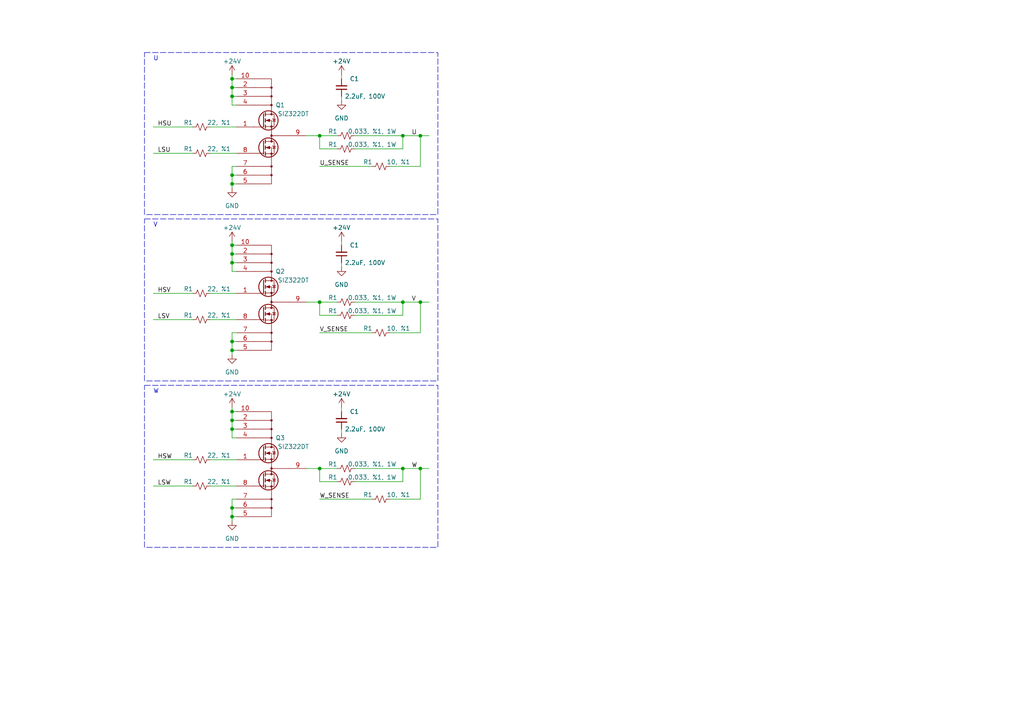
<source format=kicad_sch>
(kicad_sch (version 20230121) (generator eeschema)
  (paper "A4")
  (lib_symbols
    (symbol "Device:C_Small" (pin_numbers hide) (pin_names (offset 0.254) hide)
      (property "Reference" "C" (at 0.254 1.778 0))
      (property "Value" "C_Small" (at 0.254 -2.032 0))
      (symbol "C_Small_0_1"
        (polyline (pts (xy -1.524 -0.508) (xy 1.524 -0.508)) (stroke (width 0.3302)))
        (polyline (pts (xy -1.524 0.508) (xy 1.524 0.508)) (stroke (width 0.3048)))
      )
      (symbol "C_Small_1_1"
        (pin passive line (at 0 2.54 270) (length 2.032) (name "~") (number "1"))
        (pin passive line (at 0 -2.54 90) (length 2.032) (name "~") (number "2"))
      )
    )
    (symbol "Device:R_Small_US" (pin_numbers hide) (pin_names (offset 0.254) hide)
      (property "Reference" "R" (at 0.762 0.508 0))
      (property "Value" "R_Small_US" (at 0.762 -1.016 0))
      (symbol "R_Small_US_1_1"
        (polyline (pts (xy 0 0) (xy 1.016 -0.381) (xy 0 -0.762) (xy -1.016 -1.143) (xy 0 -1.524)))
        (polyline (pts (xy 0 1.524) (xy 1.016 1.143) (xy 0 0.762) (xy -1.016 0.381) (xy 0 0)))
        (pin passive line (at 0 2.54 270) (length 1.016) (name "~") (number "1"))
        (pin passive line (at 0 -2.54 90) (length 1.016) (name "~") (number "2"))
      )
    )
    (symbol "SIZ322DT-T1-GE3:SIZ322DT-T1-GE3"
      (property "Reference" "Q" (at 2.794 6.604 0))
      (property "Value" "SIZ322DT-T1-GE3" (at 2.794 4.064 0))
      (symbol "SIZ322DT-T1-GE3_0_1"
        (circle (center -0.889 -4.699) (radius 2.794) (stroke (width 0.254)))
        (circle (center -0.889 3.175) (radius 2.794) (stroke (width 0.254)))
        (circle (center 0 -12.7) (radius 0.254) (fill (type outline)))
        (circle (center 0 -10.16) (radius 0.254) (fill (type outline)))
        (circle (center 0 -6.477) (radius 0.254) (fill (type outline)))
        (circle (center 0 -2.921) (radius 0.254) (fill (type outline)))
        (circle (center 0 -1.27) (radius 0.254) (fill (type outline)))
        (polyline (pts (xy -5.08 -6.35) (xy -2.286 -6.35)))
        (polyline (pts (xy -5.08 1.27) (xy -2.286 1.27)))
        (polyline (pts (xy -5.08 7.62) (xy 0 7.62)))
        (polyline (pts (xy -5.08 10.16) (xy 0 10.16)))
        (polyline (pts (xy -2.286 -2.794) (xy -2.286 -6.604)) (stroke (width 0.254)))
        (polyline (pts (xy -2.286 5.08) (xy -2.286 1.27)) (stroke (width 0.254)))
        (polyline (pts (xy -1.778 -5.969) (xy -1.778 -6.985)) (stroke (width 0.254)))
        (polyline (pts (xy -1.778 -4.191) (xy -1.778 -5.207)) (stroke (width 0.254)))
        (polyline (pts (xy -1.778 -2.413) (xy -1.778 -3.429)) (stroke (width 0.254)))
        (polyline (pts (xy -1.778 1.905) (xy -1.778 0.889)) (stroke (width 0.254)))
        (polyline (pts (xy -1.778 3.683) (xy -1.778 2.667)) (stroke (width 0.254)))
        (polyline (pts (xy -1.778 5.461) (xy -1.778 4.445)) (stroke (width 0.254)))
        (polyline (pts (xy 0 -2.794) (xy 0 -0.762)))
        (polyline (pts (xy 0 -2.159) (xy 0 -2.921)))
        (polyline (pts (xy 0 5.715) (xy 0 4.953)))
        (polyline (pts (xy -5.08 -15.24) (xy 0 -15.24) (xy 0 -12.7)))
        (polyline (pts (xy -5.08 -12.7) (xy 0 -12.7) (xy 0 -10.16)))
        (polyline (pts (xy -5.08 -10.16) (xy 0 -10.16) (xy 0 -6.604)))
        (polyline (pts (xy -5.08 12.7) (xy 0 12.7) (xy 0 5.588)))
        (polyline (pts (xy -5.08 15.24) (xy 0 15.24) (xy 0 12.7)))
        (polyline (pts (xy 0 -7.239) (xy 0 -4.699) (xy -1.778 -4.699)))
        (polyline (pts (xy 0 0.635) (xy 0 3.175) (xy -1.778 3.175)))
        (polyline (pts (xy 5.08 -1.27) (xy 0 -1.27) (xy 0 1.27)))
        (polyline (pts (xy -1.778 -6.477) (xy 0.762 -6.477) (xy 0.762 -2.921) (xy -1.778 -2.921)))
        (polyline (pts (xy -1.778 1.397) (xy 0.762 1.397) (xy 0.762 4.953) (xy -1.778 4.953)))
        (polyline (pts (xy -1.524 -4.699) (xy -0.508 -4.318) (xy -0.508 -5.08) (xy -1.524 -4.699)) (fill (type outline)))
        (polyline (pts (xy -1.524 3.175) (xy -0.508 3.556) (xy -0.508 2.794) (xy -1.524 3.175)) (fill (type outline)))
        (polyline (pts (xy 0.254 -4.191) (xy 0.381 -4.318) (xy 1.143 -4.318) (xy 1.27 -4.445)))
        (polyline (pts (xy 0.254 3.683) (xy 0.381 3.556) (xy 1.143 3.556) (xy 1.27 3.429)))
        (polyline (pts (xy 0.762 -4.318) (xy 0.381 -4.953) (xy 1.143 -4.953) (xy 0.762 -4.318)))
        (polyline (pts (xy 0.762 3.556) (xy 0.381 2.921) (xy 1.143 2.921) (xy 0.762 3.556)))
        (circle (center 0 1.397) (radius 0.254) (fill (type outline)))
        (circle (center 0 4.953) (radius 0.254) (fill (type outline)))
        (circle (center 0 7.62) (radius 0.254) (fill (type outline)))
        (circle (center 0 10.16) (radius 0.254) (fill (type outline)))
        (circle (center 0 12.7) (radius 0.254) (fill (type outline)))
      )
      (symbol "SIZ322DT-T1-GE3_1_1"
        (pin passive line (at -10.16 1.27 0) (length 5.08) (name "") (number "1"))
        (pin passive line (at -10.16 15.24 0) (length 5.08) (name "") (number "10"))
        (pin passive line (at -10.16 12.7 0) (length 5.08) (name "") (number "2"))
        (pin passive line (at -10.16 10.16 0) (length 5.08) (name "") (number "3"))
        (pin passive line (at -10.16 7.62 0) (length 5.08) (name "") (number "4"))
        (pin passive line (at -10.16 -15.24 0) (length 5.08) (name "") (number "5"))
        (pin passive line (at -10.16 -12.7 0) (length 5.08) (name "") (number "6"))
        (pin passive line (at -10.16 -10.16 0) (length 5.08) (name "") (number "7"))
        (pin passive line (at -10.16 -6.35 0) (length 5.08) (name "") (number "8"))
        (pin passive line (at 10.16 -1.27 180) (length 5.08) (name "") (number "9"))
      )
    )
    (symbol "power:+24V" (power) (pin_names (offset 0))
      (property "Value" "+24V" (at 0 3.556 0))
      (symbol "+24V_0_1"
        (polyline (pts (xy -0.762 1.27) (xy 0 2.54)))
        (polyline (pts (xy 0 0) (xy 0 2.54)))
        (polyline (pts (xy 0 2.54) (xy 0.762 1.27)))
      )
      (symbol "+24V_1_1"
        (pin power_in line (at 0 0 90) (length 0) hide (name "+24V") (number "1"))
      )
    )
    (symbol "power:GND" (power) (pin_names (offset 0))
      (property "Value" "GND" (at 0 -3.81 0))
      (symbol "GND_0_1"
        (polyline (pts (xy 0 0) (xy 0 -1.27) (xy 1.27 -1.27) (xy 0 -2.54) (xy -1.27 -1.27) (xy 0 -1.27)))
      )
      (symbol "GND_1_1"
        (pin power_in line (at 0 0 270) (length 0) hide (name "GND") (number "1"))
      )
    )
  )
  (junction (at 67.31 147.32))
  (junction (at 67.31 25.4))
  (junction (at 67.31 53.34))
  (junction (at 67.31 27.94))
  (junction (at 67.31 124.46))
  (junction (at 67.31 73.66))
  (junction (at 92.71 39.37))
  (junction (at 121.92 135.89))
  (junction (at 67.31 149.86))
  (junction (at 116.84 135.89))
  (junction (at 67.31 99.06))
  (junction (at 121.92 87.63))
  (junction (at 67.31 119.38))
  (junction (at 121.92 39.37))
  (junction (at 67.31 76.2))
  (junction (at 67.31 121.92))
  (junction (at 67.31 101.6))
  (junction (at 92.71 87.63))
  (junction (at 92.71 135.89))
  (junction (at 116.84 39.37))
  (junction (at 67.31 22.86))
  (junction (at 116.84 87.63))
  (junction (at 67.31 71.12))
  (junction (at 67.31 50.8))
  (wire (pts (xy 68.58 71.12) (xy 67.31 71.12)))
  (wire (pts (xy 60.96 92.71) (xy 68.58 92.71)))
  (wire (pts (xy 121.92 96.52) (xy 113.03 96.52)))
  (wire (pts (xy 121.92 144.78) (xy 113.03 144.78)))
  (wire (pts (xy 44.45 85.09) (xy 55.88 85.09)))
  (wire (pts (xy 44.45 36.83) (xy 55.88 36.83)))
  (wire (pts (xy 99.06 27.94) (xy 99.06 29.21)))
  (wire (pts (xy 67.31 119.38) (xy 67.31 121.92)))
  (wire (pts (xy 67.31 99.06) (xy 68.58 99.06)))
  (wire (pts (xy 67.31 96.52) (xy 67.31 99.06)))
  (wire (pts (xy 92.71 144.78) (xy 107.95 144.78)))
  (wire (pts (xy 67.31 121.92) (xy 67.31 124.46)))
  (wire (pts (xy 121.92 135.89) (xy 121.92 144.78)))
  (wire (pts (xy 116.84 91.44) (xy 102.87 91.44)))
  (wire (pts (xy 99.06 69.85) (xy 99.06 71.12)))
  (wire (pts (xy 67.31 27.94) (xy 68.58 27.94)))
  (wire (pts (xy 92.71 48.26) (xy 107.95 48.26)))
  (wire (pts (xy 121.92 39.37) (xy 124.46 39.37)))
  (wire (pts (xy 67.31 99.06) (xy 67.31 101.6)))
  (wire (pts (xy 67.31 121.92) (xy 68.58 121.92)))
  (wire (pts (xy 102.87 39.37) (xy 116.84 39.37)))
  (wire (pts (xy 68.58 22.86) (xy 67.31 22.86)))
  (wire (pts (xy 97.79 139.7) (xy 92.71 139.7)))
  (wire (pts (xy 116.84 39.37) (xy 116.84 43.18)))
  (wire (pts (xy 116.84 87.63) (xy 121.92 87.63)))
  (wire (pts (xy 60.96 85.09) (xy 68.58 85.09)))
  (wire (pts (xy 92.71 139.7) (xy 92.71 135.89)))
  (wire (pts (xy 116.84 135.89) (xy 116.84 139.7)))
  (wire (pts (xy 67.31 53.34) (xy 67.31 54.61)))
  (wire (pts (xy 67.31 71.12) (xy 67.31 73.66)))
  (wire (pts (xy 88.9 39.37) (xy 92.71 39.37)))
  (wire (pts (xy 60.96 44.45) (xy 68.58 44.45)))
  (wire (pts (xy 68.58 119.38) (xy 67.31 119.38)))
  (wire (pts (xy 102.87 135.89) (xy 116.84 135.89)))
  (wire (pts (xy 121.92 87.63) (xy 124.46 87.63)))
  (wire (pts (xy 116.84 139.7) (xy 102.87 139.7)))
  (wire (pts (xy 67.31 76.2) (xy 67.31 78.74)))
  (wire (pts (xy 67.31 147.32) (xy 68.58 147.32)))
  (wire (pts (xy 97.79 43.18) (xy 92.71 43.18)))
  (wire (pts (xy 44.45 44.45) (xy 55.88 44.45)))
  (wire (pts (xy 88.9 135.89) (xy 92.71 135.89)))
  (wire (pts (xy 67.31 22.86) (xy 67.31 25.4)))
  (wire (pts (xy 68.58 144.78) (xy 67.31 144.78)))
  (wire (pts (xy 116.84 39.37) (xy 121.92 39.37)))
  (wire (pts (xy 92.71 135.89) (xy 97.79 135.89)))
  (wire (pts (xy 116.84 135.89) (xy 121.92 135.89)))
  (wire (pts (xy 67.31 25.4) (xy 68.58 25.4)))
  (wire (pts (xy 60.96 36.83) (xy 68.58 36.83)))
  (wire (pts (xy 97.79 91.44) (xy 92.71 91.44)))
  (wire (pts (xy 99.06 21.59) (xy 99.06 22.86)))
  (wire (pts (xy 67.31 73.66) (xy 68.58 73.66)))
  (wire (pts (xy 67.31 149.86) (xy 68.58 149.86)))
  (wire (pts (xy 67.31 69.85) (xy 67.31 71.12)))
  (wire (pts (xy 67.31 127) (xy 68.58 127)))
  (wire (pts (xy 67.31 73.66) (xy 67.31 76.2)))
  (wire (pts (xy 67.31 149.86) (xy 67.31 151.13)))
  (wire (pts (xy 67.31 50.8) (xy 67.31 53.34)))
  (wire (pts (xy 44.45 92.71) (xy 55.88 92.71)))
  (wire (pts (xy 92.71 91.44) (xy 92.71 87.63)))
  (wire (pts (xy 60.96 133.35) (xy 68.58 133.35)))
  (wire (pts (xy 121.92 135.89) (xy 124.46 135.89)))
  (wire (pts (xy 67.31 124.46) (xy 67.31 127)))
  (wire (pts (xy 92.71 39.37) (xy 97.79 39.37)))
  (wire (pts (xy 44.45 140.97) (xy 55.88 140.97)))
  (wire (pts (xy 44.45 133.35) (xy 55.88 133.35)))
  (wire (pts (xy 67.31 76.2) (xy 68.58 76.2)))
  (wire (pts (xy 67.31 27.94) (xy 67.31 30.48)))
  (wire (pts (xy 68.58 48.26) (xy 67.31 48.26)))
  (wire (pts (xy 67.31 30.48) (xy 68.58 30.48)))
  (wire (pts (xy 121.92 87.63) (xy 121.92 96.52)))
  (wire (pts (xy 67.31 48.26) (xy 67.31 50.8)))
  (wire (pts (xy 67.31 21.59) (xy 67.31 22.86)))
  (wire (pts (xy 67.31 101.6) (xy 67.31 102.87)))
  (wire (pts (xy 67.31 25.4) (xy 67.31 27.94)))
  (wire (pts (xy 67.31 50.8) (xy 68.58 50.8)))
  (wire (pts (xy 99.06 124.46) (xy 99.06 125.73)))
  (wire (pts (xy 99.06 76.2) (xy 99.06 77.47)))
  (wire (pts (xy 116.84 87.63) (xy 116.84 91.44)))
  (wire (pts (xy 67.31 53.34) (xy 68.58 53.34)))
  (wire (pts (xy 92.71 87.63) (xy 97.79 87.63)))
  (wire (pts (xy 67.31 101.6) (xy 68.58 101.6)))
  (wire (pts (xy 121.92 39.37) (xy 121.92 48.26)))
  (wire (pts (xy 116.84 43.18) (xy 102.87 43.18)))
  (wire (pts (xy 92.71 96.52) (xy 107.95 96.52)))
  (wire (pts (xy 67.31 118.11) (xy 67.31 119.38)))
  (wire (pts (xy 67.31 147.32) (xy 67.31 149.86)))
  (wire (pts (xy 102.87 87.63) (xy 116.84 87.63)))
  (wire (pts (xy 99.06 118.11) (xy 99.06 119.38)))
  (wire (pts (xy 121.92 48.26) (xy 113.03 48.26)))
  (wire (pts (xy 67.31 124.46) (xy 68.58 124.46)))
  (wire (pts (xy 67.31 78.74) (xy 68.58 78.74)))
  (wire (pts (xy 68.58 96.52) (xy 67.31 96.52)))
  (wire (pts (xy 88.9 87.63) (xy 92.71 87.63)))
  (wire (pts (xy 60.96 140.97) (xy 68.58 140.97)))
  (wire (pts (xy 92.71 43.18) (xy 92.71 39.37)))
  (wire (pts (xy 67.31 144.78) (xy 67.31 147.32)))
  (rectangle (start 41.91 63.5) (end 127 110.49) (stroke (width 0) (type dash)))
  (rectangle (start 41.91 111.76) (end 127 158.75) (stroke (width 0) (type dash)))
  (rectangle (start 41.91 15.24) (end 127 62.23) (stroke (width 0) (type dash)))
  (text "W" (at 44.45 114.3 0) (effects (font (size 1.27 1.27)) (justify left bottom)))
  (text "V" (at 44.45 66.04 0) (effects (font (size 1.27 1.27)) (justify left bottom)))
  (text "U" (at 44.45 17.78 0) (effects (font (size 1.27 1.27)) (justify left bottom)))
  (label "LSU" (at 45.72 44.45 0))
  (label "HSV" (at 45.72 85.09 0))
  (label "V" (at 119.38 87.63 0))
  (label "LSV" (at 45.72 92.71 0))
  (label "W" (at 119.38 135.89 0))
  (label "HSW" (at 45.72 133.35 0))
  (label "W_SENSE" (at 92.71 144.78 0))
  (label "U" (at 119.38 39.37 0))
  (label "LSW" (at 45.72 140.97 0))
  (label "U_SENSE" (at 92.71 48.26 0))
  (label "V_SENSE" (at 92.71 96.52 0))
  (label "HSU" (at 45.72 36.83 0))
  (symbol (lib_id "power:GND") (at 67.31 54.61 0) (unit 1)
    (property "Reference" "#PWR048" (effects hide))
    (property "Value" "GND" (at 67.31 59.69 0))
  )
  (symbol (lib_id "Device:R_Small_US") (at 110.49 96.52 90) (unit 1)
    (property "Reference" "R1" (at 106.68 95.25 90))
    (property "Value" "10, %1" (at 115.57 95.25 90))
    (instances (project "motor-driver" (path "" (reference "R1") (unit 1)) (path "" (reference "R24") (unit 1))))
  )
  (symbol (lib_id "Device:R_Small_US") (at 100.33 43.18 90) (unit 1)
    (property "Reference" "R1" (at 96.52 41.91 90))
    (property "Value" "0.033, %1, 1W" (at 107.95 41.91 90))
    (instances (project "motor-driver" (path "" (reference "R1") (unit 1)) (path "" (reference "R18") (unit 1))))
  )
  (symbol (lib_id "Device:R_Small_US") (at 110.49 144.78 90) (unit 1)
    (property "Reference" "R1" (at 106.68 143.51 90))
    (property "Value" "10, %1" (at 115.57 143.51 90))
    (instances (project "motor-driver" (path "" (reference "R1") (unit 1)) (path "" (reference "R29") (unit 1))))
  )
  (symbol (lib_id "power:+24V") (at 67.31 69.85 0) (unit 1)
    (property "Reference" "#PWR049" (effects hide))
    (property "Value" "+24V" (at 67.31 66.04 0))
  )
  (symbol (lib_id "power:+24V") (at 99.06 118.11 0) (unit 1)
    (property "Reference" "#PWR055" (effects hide))
    (property "Value" "+24V" (at 99.06 114.3 0))
  )
  (symbol (lib_id "power:+24V") (at 67.31 21.59 0) (unit 1)
    (property "Reference" "#PWR045" (effects hide))
    (property "Value" "+24V" (at 67.31 17.78 0))
  )
  (symbol (lib_id "Device:R_Small_US") (at 58.42 85.09 90) (unit 1)
    (property "Reference" "R1" (at 54.61 83.82 90))
    (property "Value" "22, %1" (at 63.5 83.82 90))
    (instances (project "motor-driver" (path "" (reference "R1") (unit 1)) (path "" (reference "R20") (unit 1))))
  )
  (symbol (lib_id "Device:R_Small_US") (at 58.42 44.45 90) (unit 1)
    (property "Reference" "R1" (at 54.61 43.18 90))
    (property "Value" "22, %1" (at 63.5 43.18 90))
    (instances (project "motor-driver" (path "" (reference "R1") (unit 1)) (path "" (reference "R16") (unit 1))))
  )
  (symbol (lib_id "power:GND") (at 67.31 102.87 0) (unit 1)
    (property "Reference" "#PWR050" (effects hide))
    (property "Value" "GND" (at 67.31 107.95 0))
  )
  (symbol (lib_id "Device:R_Small_US") (at 58.42 133.35 90) (unit 1)
    (property "Reference" "R1" (at 54.61 132.08 90))
    (property "Value" "22, %1" (at 63.5 132.08 90))
    (instances (project "motor-driver" (path "" (reference "R1") (unit 1)) (path "" (reference "R25") (unit 1))))
  )
  (symbol (lib_id "power:+24V") (at 99.06 21.59 0) (unit 1)
    (property "Reference" "#PWR046" (effects hide))
    (property "Value" "+24V" (at 99.06 17.78 0))
  )
  (symbol (lib_id "Device:R_Small_US") (at 100.33 91.44 90) (unit 1)
    (property "Reference" "R1" (at 96.52 90.17 90))
    (property "Value" "0.033, %1, 1W" (at 107.95 90.17 90))
    (instances (project "motor-driver" (path "" (reference "R1") (unit 1)) (path "" (reference "R23") (unit 1))))
  )
  (symbol (lib_id "Device:R_Small_US") (at 110.49 48.26 90) (unit 1)
    (property "Reference" "R1" (at 106.68 46.99 90))
    (property "Value" "10, %1" (at 115.57 46.99 90))
    (instances (project "motor-driver" (path "" (reference "R1") (unit 1)) (path "" (reference "R19") (unit 1))))
  )
  (symbol (lib_id "Device:R_Small_US") (at 58.42 36.83 90) (unit 1)
    (property "Reference" "R1" (at 54.61 35.56 90))
    (property "Value" "22, %1" (at 63.5 35.56 90))
    (instances (project "motor-driver" (path "" (reference "R1") (unit 1)) (path "" (reference "R15") (unit 1))))
  )
  (symbol (lib_id "SIZ322DT-T1-GE3:SIZ322DT-T1-GE3") (at 78.74 134.62 0) (unit 1)
    (property "Reference" "Q3" (at 81.28 127 0))
    (property "Value" "SIZ322DT" (at 85.09 129.54 0))
    (property "Footprint" "SIZ322DT-T1-GE3:SIZ340DTT1GE3" (effects hide))
    (property "Datasheet" "https://www.vishay.com/docs/79370/siz322dt.pdf" (effects hide))
    (property "Height" "0.8" (effects hide))
    (property "Manufacturer_Name" "Vishay" (effects hide))
    (property "Manufacturer_Part_Number" "SIZ322DT-T1-GE3" (effects hide))
    (property "Mouser Part Number" "78-SIZ322DT-T1-GE3" (effects hide))
    (property "Mouser Price/Stock" "https://www.mouser.co.uk/ProductDetail/Vishay-Siliconix/SIZ322DT-T1-GE3?qs=7EBvPakHacV23cS55WZm1Q%3D%3D" (effects hide))
    (property "Arrow Part Number" "SIZ322DT-T1-GE3" (effects hide))
    (property "Arrow Price/Stock" "https://www.arrow.com/en/products/siz322dt-t1-ge3/vishay" (effects hide))
  )
  (symbol (lib_id "Device:R_Small_US") (at 100.33 87.63 90) (unit 1)
    (property "Reference" "R1" (at 96.52 86.36 90))
    (property "Value" "0.033, %1, 1W" (at 107.95 86.36 90))
    (instances (project "motor-driver" (path "" (reference "R1") (unit 1)) (path "" (reference "R22") (unit 1))))
  )
  (symbol (lib_id "power:+24V") (at 67.31 118.11 0) (unit 1)
    (property "Reference" "#PWR053" (effects hide))
    (property "Value" "+24V" (at 67.31 114.3 0))
  )
  (symbol (lib_id "power:GND") (at 99.06 125.73 0) (unit 1)
    (property "Reference" "#PWR056" (effects hide))
    (property "Value" "GND" (at 99.06 130.81 0))
  )
  (symbol (lib_id "power:GND") (at 99.06 29.21 0) (unit 1)
    (property "Reference" "#PWR047" (effects hide))
    (property "Value" "GND" (at 99.06 34.29 0))
  )
  (symbol (lib_id "Device:C_Small") (at 99.06 73.66 180) (unit 1)
    (property "Reference" "C1" (at 104.14 71.12 0) (effects (justify left)))
    (property "Value" "2.2uF, 100V" (at 111.76 76.2 0) (effects (justify left)))
    (instances (project "motor-driver" (path "" (reference "C1") (unit 1)) (path "" (reference "C35") (unit 1))))
  )
  (symbol (lib_id "Device:R_Small_US") (at 100.33 135.89 90) (unit 1)
    (property "Reference" "R1" (at 96.52 134.62 90))
    (property "Value" "0.033, %1, 1W" (at 107.95 134.62 90))
    (instances (project "motor-driver" (path "" (reference "R1") (unit 1)) (path "" (reference "R27") (unit 1))))
  )
  (symbol (lib_id "power:GND") (at 99.06 77.47 0) (unit 1)
    (property "Reference" "#PWR052" (effects hide))
    (property "Value" "GND" (at 99.06 82.55 0))
  )
  (symbol (lib_id "Device:R_Small_US") (at 100.33 39.37 90) (unit 1)
    (property "Reference" "R1" (at 96.52 38.1 90))
    (property "Value" "0.033, %1, 1W" (at 107.95 38.1 90))
    (instances (project "motor-driver" (path "" (reference "R1") (unit 1)) (path "" (reference "R17") (unit 1))))
  )
  (symbol (lib_id "SIZ322DT-T1-GE3:SIZ322DT-T1-GE3") (at 78.74 86.36 0) (unit 1)
    (property "Reference" "Q2" (at 81.28 78.74 0))
    (property "Value" "SIZ322DT" (at 85.09 81.28 0))
    (property "Footprint" "SIZ322DT-T1-GE3:SIZ340DTT1GE3" (effects hide))
    (property "Datasheet" "https://www.vishay.com/docs/79370/siz322dt.pdf" (effects hide))
    (property "Height" "0.8" (effects hide))
    (property "Manufacturer_Name" "Vishay" (effects hide))
    (property "Manufacturer_Part_Number" "SIZ322DT-T1-GE3" (effects hide))
    (property "Mouser Part Number" "78-SIZ322DT-T1-GE3" (effects hide))
    (property "Mouser Price/Stock" "https://www.mouser.co.uk/ProductDetail/Vishay-Siliconix/SIZ322DT-T1-GE3?qs=7EBvPakHacV23cS55WZm1Q%3D%3D" (effects hide))
    (property "Arrow Part Number" "SIZ322DT-T1-GE3" (effects hide))
    (property "Arrow Price/Stock" "https://www.arrow.com/en/products/siz322dt-t1-ge3/vishay" (effects hide))
  )
  (symbol (lib_id "Device:C_Small") (at 99.06 25.4 180) (unit 1)
    (property "Reference" "C1" (at 104.14 22.86 0) (effects (justify left)))
    (property "Value" "2.2uF, 100V" (at 111.76 27.94 0) (effects (justify left)))
    (instances (project "motor-driver" (path "" (reference "C1") (unit 1)) (path "" (reference "C34") (unit 1))))
  )
  (symbol (lib_id "Device:R_Small_US") (at 100.33 139.7 90) (unit 1)
    (property "Reference" "R1" (at 96.52 138.43 90))
    (property "Value" "0.033, %1, 1W" (at 107.95 138.43 90))
    (instances (project "motor-driver" (path "" (reference "R1") (unit 1)) (path "" (reference "R28") (unit 1))))
  )
  (symbol (lib_id "power:GND") (at 67.31 151.13 0) (unit 1)
    (property "Reference" "#PWR054" (effects hide))
    (property "Value" "GND" (at 67.31 156.21 0))
  )
  (symbol (lib_id "Device:R_Small_US") (at 58.42 92.71 90) (unit 1)
    (property "Reference" "R1" (at 54.61 91.44 90))
    (property "Value" "22, %1" (at 63.5 91.44 90))
    (instances (project "motor-driver" (path "" (reference "R1") (unit 1)) (path "" (reference "R21") (unit 1))))
  )
  (symbol (lib_id "power:+24V") (at 99.06 69.85 0) (unit 1)
    (property "Reference" "#PWR051" (effects hide))
    (property "Value" "+24V" (at 99.06 66.04 0))
  )
  (symbol (lib_id "SIZ322DT-T1-GE3:SIZ322DT-T1-GE3") (at 78.74 38.1 0) (unit 1)
    (property "Reference" "Q1" (at 81.28 30.48 0))
    (property "Value" "SIZ322DT" (at 85.09 33.02 0))
    (property "Footprint" "SIZ322DT-T1-GE3:SIZ340DTT1GE3" (effects hide))
    (property "Datasheet" "https://www.vishay.com/docs/79370/siz322dt.pdf" (effects hide))
    (property "Height" "0.8" (effects hide))
    (property "Manufacturer_Name" "Vishay" (effects hide))
    (property "Manufacturer_Part_Number" "SIZ322DT-T1-GE3" (effects hide))
    (property "Mouser Part Number" "78-SIZ322DT-T1-GE3" (effects hide))
    (property "Mouser Price/Stock" "https://www.mouser.co.uk/ProductDetail/Vishay-Siliconix/SIZ322DT-T1-GE3?qs=7EBvPakHacV23cS55WZm1Q%3D%3D" (effects hide))
    (property "Arrow Part Number" "SIZ322DT-T1-GE3" (effects hide))
    (property "Arrow Price/Stock" "https://www.arrow.com/en/products/siz322dt-t1-ge3/vishay" (effects hide))
  )
  (symbol (lib_id "Device:R_Small_US") (at 58.42 140.97 90) (unit 1)
    (property "Reference" "R1" (at 54.61 139.7 90))
    (property "Value" "22, %1" (at 63.5 139.7 90))
    (instances (project "motor-driver" (path "" (reference "R1") (unit 1)) (path "" (reference "R26") (unit 1))))
  )
  (symbol (lib_id "Device:C_Small") (at 99.06 121.92 180) (unit 1)
    (property "Reference" "C1" (at 104.14 119.38 0) (effects (justify left)))
    (property "Value" "2.2uF, 100V" (at 111.76 124.46 0) (effects (justify left)))
    (instances (project "motor-driver" (path "" (reference "C1") (unit 1)) (path "" (reference "C36") (unit 1))))
  )
)
</source>
